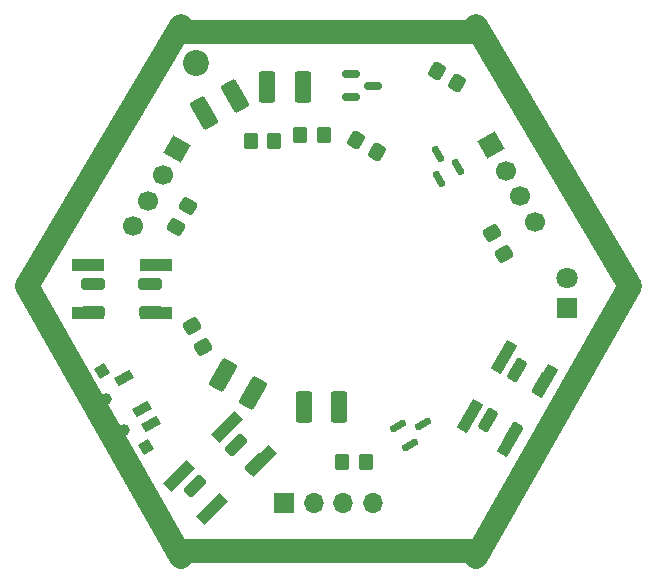
<source format=gbr>
%TF.GenerationSoftware,KiCad,Pcbnew,(6.0.5-0)*%
%TF.CreationDate,2022-06-08T15:31:11+08:00*%
%TF.ProjectId,dtl,64746c2e-6b69-4636-9164-5f7063625858,rev?*%
%TF.SameCoordinates,Original*%
%TF.FileFunction,Soldermask,Top*%
%TF.FilePolarity,Negative*%
%FSLAX46Y46*%
G04 Gerber Fmt 4.6, Leading zero omitted, Abs format (unit mm)*
G04 Created by KiCad (PCBNEW (6.0.5-0)) date 2022-06-08 15:31:11*
%MOMM*%
%LPD*%
G01*
G04 APERTURE LIST*
G04 Aperture macros list*
%AMRoundRect*
0 Rectangle with rounded corners*
0 $1 Rounding radius*
0 $2 $3 $4 $5 $6 $7 $8 $9 X,Y pos of 4 corners*
0 Add a 4 corners polygon primitive as box body*
4,1,4,$2,$3,$4,$5,$6,$7,$8,$9,$2,$3,0*
0 Add four circle primitives for the rounded corners*
1,1,$1+$1,$2,$3*
1,1,$1+$1,$4,$5*
1,1,$1+$1,$6,$7*
1,1,$1+$1,$8,$9*
0 Add four rect primitives between the rounded corners*
20,1,$1+$1,$2,$3,$4,$5,0*
20,1,$1+$1,$4,$5,$6,$7,0*
20,1,$1+$1,$6,$7,$8,$9,0*
20,1,$1+$1,$8,$9,$2,$3,0*%
%AMHorizOval*
0 Thick line with rounded ends*
0 $1 width*
0 $2 $3 position (X,Y) of the first rounded end (center of the circle)*
0 $4 $5 position (X,Y) of the second rounded end (center of the circle)*
0 Add line between two ends*
20,1,$1,$2,$3,$4,$5,0*
0 Add two circle primitives to create the rounded ends*
1,1,$1,$2,$3*
1,1,$1,$4,$5*%
%AMRotRect*
0 Rectangle, with rotation*
0 The origin of the aperture is its center*
0 $1 length*
0 $2 width*
0 $3 Rotation angle, in degrees counterclockwise*
0 Add horizontal line*
21,1,$1,$2,0,0,$3*%
G04 Aperture macros list end*
%ADD10C,2.000000*%
%ADD11RotRect,0.800000X1.500000X300.000000*%
%ADD12RotRect,1.000000X1.000000X300.000000*%
%ADD13RotRect,1.100000X1.000000X300.000000*%
%ADD14C,1.000000*%
%ADD15RoundRect,0.250000X-0.591506X-0.524519X-0.158494X-0.774519X0.591506X0.524519X0.158494X0.774519X0*%
%ADD16RoundRect,0.250000X-0.564711X0.078109X-0.214711X-0.528109X0.564711X-0.078109X0.214711X0.528109X0*%
%ADD17RoundRect,0.150000X-0.433790X-0.423654X0.583790X0.163846X0.433790X0.423654X-0.583790X-0.163846X0*%
%ADD18RoundRect,0.250001X0.136964X-1.162226X0.938035X-0.699727X-0.136964X1.162226X-0.938035X0.699727X0*%
%ADD19RoundRect,0.250000X-0.350000X-0.450000X0.350000X-0.450000X0.350000X0.450000X-0.350000X0.450000X0*%
%ADD20RoundRect,0.250000X0.528109X0.214711X-0.078109X0.564711X-0.528109X-0.214711X0.078109X-0.564711X0*%
%ADD21RotRect,1.700000X1.700000X330.000000*%
%ADD22HorizOval,1.700000X0.000000X0.000000X0.000000X0.000000X0*%
%ADD23RotRect,2.800000X1.000000X240.000000*%
%ADD24RoundRect,0.150000X-0.587500X-0.150000X0.587500X-0.150000X0.587500X0.150000X-0.587500X0.150000X0*%
%ADD25R,2.800000X1.000000*%
%ADD26R,1.700000X1.700000*%
%ADD27O,1.700000X1.700000*%
%ADD28C,2.200000*%
%ADD29RoundRect,0.250001X0.462499X1.074999X-0.462499X1.074999X-0.462499X-1.074999X0.462499X-1.074999X0*%
%ADD30RoundRect,0.250000X-0.750000X0.250000X-0.750000X-0.250000X0.750000X-0.250000X0.750000X0.250000X0*%
%ADD31RoundRect,0.250000X-0.528109X-0.214711X0.078109X-0.564711X0.528109X0.214711X-0.078109X0.564711X0*%
%ADD32RotRect,2.800000X1.000000X225.000000*%
%ADD33RoundRect,0.250000X-0.707107X-0.353553X-0.353553X-0.707107X0.707107X0.353553X0.353553X0.707107X0*%
%ADD34R,1.800000X1.800000*%
%ADD35C,1.800000*%
%ADD36RoundRect,0.250001X0.938035X0.699727X0.136964X1.162226X-0.938035X-0.699727X-0.136964X-1.162226X0*%
%ADD37RotRect,1.700000X1.700000X30.000000*%
%ADD38HorizOval,1.700000X0.000000X0.000000X0.000000X0.000000X0*%
%ADD39RoundRect,0.250000X-0.214711X0.528109X-0.564711X-0.078109X0.214711X-0.528109X0.564711X0.078109X0*%
%ADD40RoundRect,0.250000X0.350000X0.450000X-0.350000X0.450000X-0.350000X-0.450000X0.350000X-0.450000X0*%
%ADD41RoundRect,0.150000X0.423654X-0.433790X-0.163846X0.583790X-0.423654X0.433790X0.163846X-0.583790X0*%
G04 APERTURE END LIST*
D10*
X203610000Y-82744927D02*
X190610000Y-59744927D01*
X203610000Y-38244927D02*
X228610000Y-38244927D01*
X241610000Y-59744927D02*
X228610000Y-82744927D01*
X228610000Y-37744927D02*
X241610000Y-59744927D01*
X190610000Y-59744927D02*
X203610000Y-37744927D01*
X228610000Y-82244927D02*
X203610000Y-82244927D01*
D11*
%TO.C,SW2*%
X198808193Y-67602112D03*
X200308193Y-70200188D03*
X201058193Y-71499226D03*
D12*
X196957360Y-66996375D03*
X200657360Y-73404963D03*
D13*
X195398514Y-67896375D03*
D12*
X199098514Y-74304963D03*
D14*
X197277937Y-69351631D03*
X198777937Y-71949707D03*
%TD*%
D15*
%TO.C,SW6*%
X234176731Y-68034937D03*
X231701731Y-72321763D03*
X232073270Y-66878238D03*
X229623270Y-71121763D03*
%TD*%
D16*
%TO.C,R19*%
X229962106Y-55297619D03*
X230962106Y-57029669D03*
%TD*%
D17*
%TO.C,Q4*%
X222013101Y-71596026D03*
X222963101Y-73241474D03*
X224111899Y-71481250D03*
%TD*%
D18*
%TO.C,D1*%
X205571787Y-45143750D03*
X208148213Y-43656250D03*
%TD*%
D19*
%TO.C,R16*%
X213700000Y-47000000D03*
X215700000Y-47000000D03*
%TD*%
D20*
%TO.C,R7*%
X220166025Y-48400000D03*
X218433975Y-47400000D03*
%TD*%
D21*
%TO.C,J1*%
X203300000Y-48209104D03*
D22*
X202050000Y-50374168D03*
X200800000Y-52539231D03*
X199550000Y-54704295D03*
%TD*%
D16*
%TO.C,R12*%
X204500000Y-63183975D03*
X205500000Y-64916025D03*
%TD*%
D23*
%TO.C,SW19*%
X234400000Y-67777052D03*
X231500000Y-72800000D03*
X230935898Y-65777052D03*
X228035898Y-70800000D03*
%TD*%
D24*
%TO.C,Q1*%
X217962500Y-41850000D03*
X217962500Y-43750000D03*
X219837500Y-42800000D03*
%TD*%
D25*
%TO.C,SW14*%
X201500000Y-62025000D03*
X195700000Y-62025000D03*
X201500000Y-58025000D03*
X195700000Y-58025000D03*
%TD*%
D26*
%TO.C,J3*%
X212361606Y-78110669D03*
D27*
X214861606Y-78110669D03*
X217361606Y-78110669D03*
X219861606Y-78110669D03*
%TD*%
D28*
%TO.C,H3*%
X204860000Y-40900000D03*
%TD*%
D29*
%TO.C,D9*%
X216987500Y-70050000D03*
X214012500Y-70050000D03*
%TD*%
D30*
%TO.C,SW9*%
X201075000Y-62000000D03*
X196125000Y-62000000D03*
X201025000Y-59600000D03*
X196125000Y-59600000D03*
%TD*%
D31*
%TO.C,R18*%
X225267950Y-41600000D03*
X227000000Y-42600000D03*
%TD*%
D32*
%TO.C,SW15*%
X210364823Y-74563604D03*
X206263604Y-78664823D03*
X207536396Y-71735177D03*
X203435177Y-75836396D03*
%TD*%
D33*
%TO.C,SW10*%
X209998618Y-74880762D03*
X206498439Y-78380940D03*
X208266206Y-73219061D03*
X204801383Y-76683884D03*
%TD*%
D34*
%TO.C,D12*%
X236296106Y-61606669D03*
D35*
X236296106Y-59066669D03*
%TD*%
D36*
%TO.C,D8*%
X209738213Y-68793750D03*
X207161787Y-67306250D03*
%TD*%
D37*
%TO.C,J9*%
X229834106Y-47865669D03*
D38*
X231084106Y-50030733D03*
X232334106Y-52195796D03*
X233584106Y-54360860D03*
%TD*%
D29*
%TO.C,D2*%
X213900000Y-42900000D03*
X210925000Y-42900000D03*
%TD*%
D39*
%TO.C,R2*%
X204200000Y-53033975D03*
X203200000Y-54766025D03*
%TD*%
D19*
%TO.C,R1*%
X217271606Y-74660669D03*
X219271606Y-74660669D03*
%TD*%
D40*
%TO.C,R4*%
X211500000Y-47500000D03*
X209500000Y-47500000D03*
%TD*%
D41*
%TO.C,Q7*%
X225446026Y-50686899D03*
X227091474Y-49736899D03*
X225331250Y-48588101D03*
%TD*%
M02*

</source>
